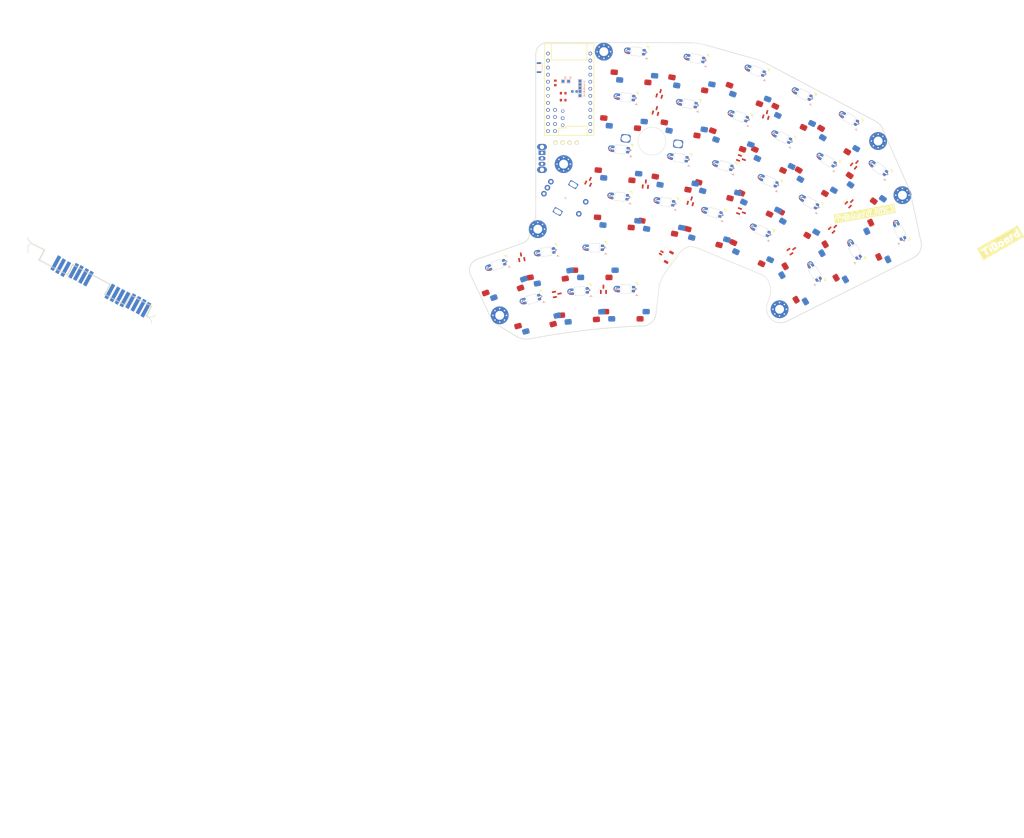
<source format=kicad_pcb>
(kicad_pcb (version 20240108) (generator "pcbnew") (generator_version "8.0")
  (layers (0 "F.Cu" signal) (31 "B.Cu" signal) (34 "B.Paste" user) (35 "F.Paste" user) (36 "B.SilkS" user "B.Silkscreen") (37 "F.SilkS" user "F.Silkscreen") (38 "B.Mask" user) (39 "F.Mask" user) (44 "Edge.Cuts" user))
  (net 0 "")
  (net 1 "row4")
  (net 2 "row0")
  (net 3 "row1")
  (net 4 "row2")
  (net 5 "row3")
  (net 6 "GND")
  (net 7 "col0")
  (net 8 "col1")
  (net 9 "col2")
  (net 10 "col3")
  (net 11 "col4")
  (net 12 "LED")
  (net 13 "RESET")
  (net 14 "Net-(R1-Pad1)")
  (net 15 "Net-(R2-Pad1)")
  (net 16 "VCC")
  (net 17 "SW25B")
  (net 18 "SW25A")
  (net 19 "ENCB")
  (net 20 "ENCA")
  (net 21 "Net-(SW1B-DOUT)")
  (net 22 "Net-(SW2B-DIN)")
  (net 23 "Net-(SW2B-DOUT)")
  (net 24 "Net-(SW3B-DOUT)")
  (net 25 "Net-(SW10B-DOUT)")
  (net 26 "Net-(SW4B-DOUT)")
  (net 27 "Net-(SW11B-DIN)")
  (net 28 "Net-(SW12B-DOUT)")
  (net 29 "Net-(SW13B-DIN)")
  (net 30 "Net-(SW14B-DOUT)")
  (net 31 "Net-(SW15B-DIN)")
  (net 32 "Net-(SW10B-DIN)")
  (net 33 "Net-(SW11B-DOUT)")
  (net 34 "Net-(SW12B-DIN)")
  (net 35 "Net-(SW13B-DOUT)")
  (net 36 "Net-(SW14B-DIN)")
  (net 37 "Net-(SW15B-DOUT)")
  (net 38 "Net-(SW16B-DIN)")
  (net 39 "Net-(SW17B-DOUT)")
  (net 40 "Net-(SW19B-DOUT)")
  (net 41 "Net-(SW21B-DOUT)")
  (net 42 "nRF_VDD")
  (net 43 "Net-(D1-A-Pad2)")
  (net 44 "Net-(D1-A-Pad1)")
  (net 45 "Net-(D2-A-Pad1)")
  (net 46 "Net-(D2-A-Pad2)")
  (net 47 "Net-(SW23B-DIN)")
  (net 48 "Net-(SW26B-DIN)")
  (net 49 "Net-(SW26B-DOUT)")
  (net 50 "Net-(SW27B-DIN)")
  (net 51 "Net-(D3-A-Pad2)")
  (net 52 "Net-(D3-A-Pad1)")
  (net 53 "Net-(D4-A-Pad2)")
  (net 54 "Net-(C1-Pad2)")
  (net 55 "Net-(D4-A-Pad1)")
  (net 56 "Net-(D5-A-Pad2)")
  (net 57 "Net-(D5-A-Pad1)")
  (net 58 "Net-(D6-A-Pad2)")
  (net 59 "Net-(D6-A-Pad1)")
  (net 60 "Net-(D7-A-Pad1)")
  (net 61 "Net-(D7-A-Pad2)")
  (net 62 "Net-(D8-A-Pad2)")
  (net 63 "Net-(D8-A-Pad1)")
  (net 64 "Net-(D9-A-Pad2)")
  (net 65 "Net-(D10-A-Pad1)")
  (net 66 "Net-(D10-A-Pad2)")
  (net 67 "Net-(D11-A-Pad2)")
  (net 68 "Net-(D11-A-Pad1)")
  (net 69 "Net-(D12-A-Pad1)")
  (net 70 "Net-(D12-A-Pad2)")
  (net 71 "Net-(D13-A-Pad1)")
  (net 72 "Net-(D13-A-Pad2)")
  (net 73 "Net-(D14-A-Pad1)")
  (net 74 "Net-(D14-A-Pad2)")
  (net 75 "Net-(D31-A-Pad2)")
  (net 76 "Net-(D31-A-Pad1)")
  (net 86 "SCL")
  (net 87 "SDA")
  (net 88 "DATA")
  (net 89 "Net-(J1-Pin_1)")
  (net 90 "/V_BAT")
  (net 92 "/P0.06")
  (net 93 "Net-(SW18B-DOUT)")
  (net 94 "Net-(SW23B-DOUT)")
  (net 95 "Net-(SW24B-DOUT)")
  (footprint "Button_Switch_SMD:SW_SPST_CK_KXT3" (layer "F.Cu") (at 91.77 49.24 -90)
    (property "Reference" "RSW1" (hide yes))
    (property "Value" "SW_RST")
  )
  (footprint "Package_TO_SOT_SMD:SOT-23" (layer "F.Cu") (at 173.652357 66.170555 75)
    (property "Reference" "D1" (hide yes))
    (property "Value" "BAV70")
  )
  (footprint "Package_TO_SOT_SMD:SOT-23" (layer "F.Cu") (at 205.645 83.956505 50)
    (property "Reference" "D2" (hide yes))
    (property "Value" "BAV70")
  )
  (footprint "Package_TO_SOT_SMD:SOT-23" (layer "F.Cu") (at 133.924355 64.745963 75)
    (property "Reference" "D3" (hide yes))
    (property "Value" "BAV70")
  )
  (footprint "Package_TO_SOT_SMD:SOT-23" (layer "F.Cu") (at 164.645 82.065 -20)
    (property "Reference" "D4" (hide yes))
    (property "Value" "BAV70")
  )
  (footprint "Package_TO_SOT_SMD:SOT-23" (layer "F.Cu") (at 203.745 97.94 45)
    (property "Reference" "D5" (hide yes))
    (property "Value" "BAV70")
  )
  (footprint "Package_TO_SOT_SMD:SOT-23" (layer "F.Cu") (at 130.145 91.165 85)
    (property "Reference" "D6" (hide yes))
    (property "Value" "BAV70")
  )
  (footprint "Package_TO_SOT_SMD:SOT-23" (layer "F.Cu") (at 98.245 130.765 10)
    (property "Reference" "D13" (hide yes))
    (property "Value" "BAV70")
  )
  (footprint "0_Tiboard:TTC_mini" (layer "F.Cu") (at 126.4191 48.1426 175)
    (property "Reference" "SW1" (hide yes))
    (property "Value" "SW_PUSH_LED" (hide yes))
    (fp_line (start 1.8 3.149) (end -1.8 3.149) (stroke (width 0.12)) (layer "Edge.Cuts"))
    (fp_line (start 1.8 6.249) (end 1.8 3.149) (stroke (width 0.12)) (layer "Edge.Cuts"))
    (fp_line (start -1.8 6.249) (end 1.8 6.249) (stroke (width 0.12)) (layer "Edge.Cuts"))
    (fp_line (start -1.8 6.249) (end -1.8 3.149) (stroke (width 0.12)) (layer "Edge.Cuts"))
  )
  (footprint "0_Tiboard:TTC_mini" (layer "F.Cu") (at 168.3911 54.8749 160)
    (property "Reference" "SW3" (hide yes))
    (property "Value" "SW_PUSH_LED" (hide yes))
    (fp_line (start 1.8 3.149) (end -1.8 3.149) (stroke (width 0.12)) (layer "Edge.Cuts"))
    (fp_line (start 1.8 6.249) (end 1.8 3.149) (stroke (width 0.12)) (layer "Edge.Cuts"))
    (fp_line (start -1.8 6.249) (end 1.8 6.249) (stroke (width 0.12)) (layer "Edge.Cuts"))
    (fp_line (start -1.8 6.249) (end -1.8 3.149) (stroke (width 0.12)) (layer "Edge.Cuts"))
  )
  (footprint "0_Tiboard:TTC_mini" (layer "F.Cu") (at 120.6691 83.3926 175)
    (property "Reference" "SW13" (hide yes))
    (property "Value" "SW_PUSH_LED" (hide yes))
    (fp_line (start 1.8 3.149) (end -1.8 3.149) (stroke (width 0.12)) (layer "Edge.Cuts"))
    (fp_line (start 1.8 6.249) (end 1.8 3.149) (stroke (width 0.12)) (layer "Edge.Cuts"))
    (fp_line (start -1.8 6.249) (end 1.8 6.249) (stroke (width 0.12)) (layer "Edge.Cuts"))
    (fp_line (start -1.8 6.249) (end -1.8 3.149) (stroke (width 0.12)) (layer "Edge.Cuts"))
  )
  (footprint "0_Tiboard:TTC_mini" (layer "F.Cu") (at 141.4191 86.3926 170)
    (property "Reference" "SW14" (hide yes))
    (property "Value" "SW_PUSH_LED" (hide yes))
    (fp_line (start 1.8 3.149) (end -1.8 3.149) (stroke (width 0.12)) (layer "Edge.Cuts"))
    (fp_line (start 1.799999 6.249) (end 1.8 3.149) (stroke (width 0.12)) (layer "Edge.Cuts"))
    (fp_line (start -1.8 6.249) (end 1.799999 6.249) (stroke (width 0.12)) (layer "Edge.Cuts"))
    (fp_line (start -1.8 6.249) (end -1.8 3.149) (stroke (width 0.12)) (layer "Edge.Cuts"))
  )
  (footprint "0_Tiboard:TTC_mini" (layer "F.Cu") (at 120.4086 100.3785 175)
    (property "Reference" "SW19" (hide yes))
    (property "Value" "SW_PUSH_LED" (hide yes))
    (fp_line (start 1.8 3.149) (end -1.8 3.149) (stroke (width 0.12)) (layer "Edge.Cuts"))
    (fp_line (start 1.8 6.249) (end 1.8 3.149) (stroke (width 0.12)) (layer "Edge.Cuts"))
    (fp_line (start -1.8 6.249) (end 1.8 6.249) (stroke (width 0.12)) (layer "Edge.Cuts"))
    (fp_line (start -1.8 6.249) (end -1.8 3.149) (stroke (width 0.12)) (layer "Edge.Cuts"))
  )
  (footprint "0_Tiboard:TTC_mini" (layer "F.Cu") (at 153.2391 105.961 165)
    (property "Reference" "SW21" (hide yes))
    (property "Value" "SW_PUSH_LED" (hide yes))
    (fp_line (start 1.8 3.149) (end -1.8 3.149) (stroke (width 0.12)) (layer "Edge.Cuts"))
    (fp_line (start 1.8 6.249) (end 1.8 3.149) (stroke (width 0.12)) (layer "Edge.Cuts"))
    (fp_line (start -1.8 6.249) (end 1.8 6.249) (stroke (width 0.12)) (layer "Edge.Cuts"))
    (fp_line (start -1.8 6.249) (end -1.8 3.149) (stroke (width 0.12)) (layer "Edge.Cuts"))
  )
  (footprint "0_Tiboard:TTC_mini" (layer "F.Cu") (at 106.8289 134.3648 -175)
    (property "Reference" "SW23" (hide yes))
    (property "Value" "SW_PUSH_LED" (hide yes))
    (fp_line (start 1.8 6.249) (end 1.8 3.149) (stroke (width 0.12)) (layer "Edge.Cuts"))
    (fp_line (start 1.8 3.149) (end -1.8 3.149) (stroke (width 0.12)) (layer "Edge.Cuts"))
    (fp_line (start -1.8 6.249) (end 1.8 6.249) (stroke (width 0.12)) (layer "Edge.Cuts"))
    (fp_line (start -1.8 6.249) (end -1.8 3.149) (stroke (width 0.12)) (layer "Edge.Cuts"))
  )
  (footprint "0_Tiboard:TTC_mini" (layer "F.Cu") (at 78.2763 124.6728 -160)
    (property "Reference" "SW26" (hide yes))
    (property "Value" "SW_PUSH_LED" (hide yes))
    (fp_line (start 1.8 6.249) (end 1.8 3.149) (stroke (width 0.12)) (layer "Edge.Cuts"))
    (fp_line (start 1.8 3.149) (end -1.8 3.149) (stroke (width 0.12)) (layer "Edge.Cuts"))
    (fp_line (start -1.8 6.249) (end 1.8 6.249) (stroke (width 0.12)) (layer "Edge.Cuts"))
    (fp_line (start -1.8 6.249) (end -1.8 3.149) (stroke (width 0.12)) (layer "Edge.Cuts"))
  )
  (footprint "myboard:RotaryEncoder_Alps_EC11E-Switch_Vertical_H20mm-keebio_modified" (layer "F.Cu") (at 101.295 96.215 -30)
    (property "Reference" "SW25" (hide yes))
    (property "Value" "Rotary_Encoder_Switch")
  )
  (footprint "0_Tiboard:TTC_mini" (layer "F.Cu") (at 95.16 120.1742 -170)
    (property "Reference" "SW27" (hide yes))
    (property "Value" "SW_PUSH_LED" (hide yes))
    (fp_line (start 1.8 6.249) (end 1.8 3.149) (stroke (width 0.12)) (layer "Edge.Cuts"))
    (fp_line (start 1.8 3.149) (end -1.8 3.149) (stroke (width 0.12)) (layer "Edge.Cuts"))
    (fp_line (start -1.799999 6.249) (end 1.8 6.249) (stroke (width 0.12)) (layer "Edge.Cuts"))
    (fp_line (start -1.799999 6.249) (end -1.8 3.149) (stroke (width 0.12)) (layer "Edge.Cuts"))
  )
  (footprint "0_Tiboard:TTC_mini" (layer "F.Cu") (at 217.3809 110.2373 115)
    (property "Reference" "SW12" (hide yes))
    (property "Value" "SW_PUSH_LED" (hide yes))
    (fp_line (start 1.8 3.149) (end -1.8 3.149) (stroke (width 0.12)) (layer "Edge.Cuts"))
    (fp_line (start 1.800001 6.249) (end 1.8 3.149) (stroke (width 0.12)) (layer "Edge.Cuts"))
    (fp_line (start -1.799999 6.249) (end -1.8 3.149) (stroke (width 0.12)) (layer "Edge.Cuts"))
    (fp_line (start -1.799999 6.249) (end 1.800001 6.249) (stroke (width 0.12)) (layer "Edge.Cuts"))
  )
  (footprint "0_Tiboard:TTC_mini" (layer "F.Cu") (at 201.3807 117.474 120)
    (property "Reference" "SW18" (hide yes))
    (property "Value" "SW_PUSH_LED" (hide yes))
    (fp_line (start 1.8 3.149) (end -1.8 3.149) (stroke (width 0.12)) (layer "Edge.Cuts"))
    (fp_line (start 1.8 6.249) (end 1.8 3.149) (stroke (width 0.12)) (layer "Edge.Cuts"))
    (fp_line (start -1.8 6.249) (end -1.8 3.149) (stroke (width 0.12)) (layer "Edge.Cuts"))
    (fp_line (start -1.8 6.249) (end 1.8 6.249) (stroke (width 0.12)) (layer "Edge.Cuts"))
  )
  (footprint "0_Tiboard:TTC_mini" (layer "F.Cu") (at 186.9798 125.3882 120)
    (property "Reference" "SW24" (hide yes))
    (property "Value" "SW_PUSH_LED" (hide yes))
    (fp_line (start 1.8 3.149) (end -1.8 3.149) (stroke (width 0.12)) (layer "Edge.Cuts"))
    (fp_line (start 1.8 6.249) (end 1.8 3.149) (stroke (width 0.12)) (layer "Edge.Cuts"))
    (fp_line (start -1.8 6.249) (end -1.8 3.149) (stroke (width 0.12)) (layer "Edge.Cuts"))
    (fp_line (start -1.8 6.249) (end 1.8 6.249) (stroke (width 0.12)) (layer "Edge.Cuts"))
  )
  (footprint "0_Tiboard:TTC_mini" (layer "F.Cu") (at 184.9106 63.1704 155)
    (property "Reference" "SW4" (hide yes))
    (property "Value" "SW_PUSH_LED" (hide yes))
    (fp_line (start 1.8 3.149) (end -1.8 3.149) (stroke (width 0.12)) (layer "Edge.Cuts"))
    (fp_line (start 1.799999 6.249) (end 1.8 3.149) (stroke (width 0.12)) (layer "Edge.Cuts"))
    (fp_line (start -1.800001 6.249) (end 1.799999 6.249) (stroke (width 0.12)) (layer "Edge.Cuts"))
    (fp_line (start -1.800001 6.249) (end -1.8 3.149) (stroke (width 0.12)) (layer "Edge.Cuts"))
  )
  (footprint "Package_TO_SOT_SMD:SOT-23" (layer "F.Cu") (at 164.67 101.19 -20)
    (property "Reference" "D7" (hide yes))
    (property "Value" "BAV70")
  )
  (footprint "Package_TO_SOT_SMD:SOT-23" (layer "F.Cu") (at 197.77 107.09 45)
    (property "Reference" "D8" (hide yes))
    (property "Value" "BAV70")
  )
  (footprint "Package_TO_SOT_SMD:SOT-23" (layer "F.Cu") (at 109.845 90.165 65)
    (property "Reference" "D9" (hide yes))
    (property "Value" "BAV70")
  )
  (footprint "Package_TO_SOT_SMD:SOT-23" (layer "F.Cu") (at 146.47 97.265 75)
    (property "Reference" "D10" (hide yes))
    (property "Value" "BAV70")
  )
  (footprint "Package_TO_SOT_SMD:SOT-23" (layer "F.Cu") (at 182.87 114.965 35)
    (property "Reference" "D11" (hide yes))
    (property "Value" "BAV70")
  )
  (footprint "Package_TO_SOT_SMD:SOT-23" (layer "F.Cu") (at 85.421636 117.431708 100)
    (property "Reference" "D12" (hide yes))
    (property "Value" "BAV70")
  )
  (footprint "0_Tiboard:TTC_mini" (layer "F.Cu") (at 201.3485 71.8015 150)
    (property "Reference" "SW5" (hide yes))
    (property "Value" "SW_PUSH_LED" (hide yes))
    (fp_line (start 1.8 3.149) (end -1.8 3.149) (stroke (width 0.12)) (layer "Edge.Cuts"))
    (fp_line (start 1.8 6.249) (end 1.8 3.149) (stroke (width 0.12)) (layer "Edge.Cuts"))
    (fp_line (start -1.8 6.249) (end 1.8 6.249) (stroke (width 0.12)) (layer "Edge.Cuts"))
    (fp_line (start -1.8 6.249) (end -1.8 3.149) (stroke (width 0.12)) (layer "Edge.Cuts"))
  )
  (footprint "0_Tiboard:TTC_mini" (layer "F.Cu") (at 144.6691 66.8926 170)
    (property "Reference" "SW8" (hide yes))
    (property "Value" "SW_PUSH_LED" (hide yes))
    (fp_line (start 1.8 3.149) (end -1.8 3.149) (stroke (width 0.12)) (layer "Edge.Cuts"))
    (fp_line (start 1.799999 6.249) (end 1.8 3.149) (stroke (width 0.12)) (layer "Edge.Cuts"))
    (fp_line (start -1.8 6.249) (end 1.799999 6.249) (stroke (width 0.12)) (layer "Edge.Cuts"))
    (fp_line (start -1.8 6.249) (end -1.8 3.149) (stroke (width 0.12)) (layer "Edge.Cuts"))
  )
  (footprint "0_Tiboard:TTC_mini" (layer "F.Cu") (at 177.5443 78.6647 155)
    (property "Reference" "SW10" (hide yes))
    (property "Value" "SW_PUSH_LED" (hide yes))
    (fp_line (start 1.8 3.149) (end -1.8 3.149) (stroke (width 0.12)) (layer "Edge.Cuts"))
    (fp_line (start 1.799999 6.249) (end 1.8 3.149) (stroke (width 0.12)) (layer "Edge.Cuts"))
    (fp_line (start -1.800001 6.249) (end 1.799999 6.249) (stroke (width 0.12)) (layer "Edge.Cuts"))
    (fp_line (start -1.800001 6.249) (end -1.8 3.149) (stroke (width 0.12)) (layer "Edge.Cuts"))
  )
  (footprint "0_Tiboard:TTC_mini" (layer "F.Cu") (at 162.3354 71.2643 160)
    (property "Reference" "SW9" (hide yes))
    (property "Value" "SW_PUSH_LED" (hide yes))
    (fp_line (start 1.8 3.149) (end -1.8 3.149) (stroke (width 0.12)) (layer "Edge.Cuts"))
    (fp_line (start 1.8 6.249) (end 1.8 3.149) (stroke (width 0.12)) (layer "Edge.Cuts"))
    (fp_line (start -1.8 6.249) (end 1.8 6.249) (stroke (width 0.12)) (layer "Edge.Cuts"))
    (fp_line (start -1.8 6.249) (end -1.8 3.149) (stroke (width 0.12)) (layer "Edge.Cuts"))
  )
  (footprint "0_Tiboard:TTC_mini" (layer "F.Cu") (at 172.66912 94.39264 155)
    (property "Reference" "SW16" (hide yes))
    (property "Value" "SW_PUSH_LED" (hide yes))
    (fp_line (start 1.8 3.149) (end -1.8 3.149) (stroke (width 0.12)) (layer "Edge.Cuts"))
    (fp_line (start 1.799999 6.249) (end 1.8 3.149) (stroke (width 0.12)) (layer "Edge.Cuts"))
    (fp_line (start -1.800001 6.249) (end 1.799999 6.249) (stroke (width 0.12)) (layer "Edge.Cuts"))
    (fp_line (start -1.800001 6.249) (end -1.8 3.149) (stroke (width 0.12)) (layer "Edge.Cuts"))
  )
  (footprint "0_Tiboard:TTC_mini" (layer "F.Cu") (at 211.5558 89.4681 145)
    (property "Reference" "SW6" (hide yes))
    (property "Value" "SW_PUSH_LED" (hide yes))
    (fp_line (start 1.799999 3.149) (end -1.8 3.149) (stroke (width 0.12)) (layer "Edge.Cuts"))
    (fp_line (start 1.800001 6.249) (end 1.799999 3.149) (stroke (width 0.12)) (layer "Edge.Cuts"))
    (fp_line (start -1.8 6.249) (end 1.800001 6.249) (stroke (width 0.12)) (layer "Edge.Cuts"))
    (fp_line (start -1.8 6.249) (end -1.8 3.149) (stroke (width 0.12)) (layer "Edge.Cuts"))
  )
  (footprint "0_Tiboard:TTC_mini" (layer "F.Cu") (at 122.6691 64.6333 175)
    (property "Reference" "SW7" (hide yes))
    (property "Value" "SW_PUSH_LED" (hide yes))
    (fp_line (start 1.8 3.149) (end -1.8 3.149) (stroke (width 0.12)) (layer "Edge.Cuts"))
    (fp_line (start 1.8 6.249) (end 1.8 3.149) (stroke (width 0.12)) (layer "Edge.Cuts"))
    (fp_line (start -1.8 6.249) (end 1.8 6.249) (stroke (width 0.12)) (layer "Edge.Cuts"))
    (fp_line (start -1.8 6.249) (end -1.8 3.149) (stroke (width 0.12)) (layer "Edge.Cuts"))
  )
  (footprint "0_Tiboard:TTC_mini" (layer "F.Cu") (at 123.0515 133.6841 180)
    (property "Reference" "SW30" (hide yes))
    (property "Value" "SW_PUSH_LED" (hide yes))
    (fp_line (start 1.8 6.249) (end 1.8 3.149) (stroke (width 0.12)) (layer "Edge.Cuts"))
    (fp_line (start 1.8 3.149) (end -1.8 3.149) (stroke (width 0.12)) (layer "Edge.Cuts"))
    (fp_line (start -1.8 6.249) (end 1.8 6.249) (stroke (width 0.12)) (layer "Edge.Cuts"))
    (fp_line (start -1.8 6.249) (end -1.8 3.149) (stroke (width 0.12)) (layer "Edge.Cuts"))
  )
  (footprint "0_Tiboard:TTC_mini" (layer "F.Cu") (at 193.2935 86.804 150)
    (property "Reference" "SW11" (hide yes))
    (property "Value" "SW_PUSH_LED" (hide yes))
    (fp_line (start 1.8 3.149) (end -1.8 3.149) (stroke (width 0.12)) (layer "Edge.Cuts"))
    (fp_line (start 1.8 6.249) (end 1.8 3.149) (stroke (width 0.12)) (layer "Edge.Cuts"))
    (fp_line (start -1.8 6.249) (end 1.8 6.249) (stroke (width 0.12)) (layer "Edge.Cuts"))
    (fp_line (start -1.8 6.249) (end -1.8 3.149) (stroke (width 0.12)) (layer "Edge.Cuts"))
  )
  (footprint "0_Tiboard:TTC_mini" (layer "F.Cu") (at 169.8164 112.2297 155)
    (property "Reference" "SW22" (hide yes))
    (property "Value" "SW_PUSH_LED" (hide yes))
    (fp_line (start 1.8 3.149) (end -1.8 3.149) (stroke (width 0.12)) (layer "Edge.Cuts"))
    (fp_line (start 1.799999 6.249) (end 1.8 3.149) (stroke (width 0.12)) (layer "Edge.Cuts"))
    (fp_line (start -1.800001 6.249) (end 1.799999 6.249) (stroke (width 0.12)) (layer "Edge.Cuts"))
    (fp_line (start -1.800001 6.249) (end -1.8 3.149) (stroke (width 0.12)) (layer "Edge.Cuts"))
  )
  (footprint "0_Tiboard:TTC_mini" (layer "F.Cu") (at 186.9501 101.89264 150)
    (property "Reference" "SW17" (hide yes))
    (property "Value" "SW_PUSH_LED" (hide yes))
    (fp_line (start 1.8 3.149) (end -1.8 3.149) (stroke (width 0.12)) (layer "Edge.Cuts"))
    (fp_line (start 1.8 6.249) (end 1.8 3.149) (stroke (width 0.12)) (layer "Edge.Cuts"))
    (fp_line (start -1.8 6.249) (end 1.8 6.249) (stroke (width 0.12)) (layer "Edge.Cuts"))
    (fp_line (start -1.8 6.249) (end -1.8 3.149) (stroke (width 0.12)) (layer "Edge.Cuts"))
  )
  (footprint "0_Tiboard:TTC_mini" (layer "F.Cu") (at 90.4072 137.1116 -165)
    (property "Reference" "SW29" (hide yes))
    (property "Value" "SW_PUSH_LED" (hide yes))
    (fp_line (start 1.8 6.249) (end 1.8 3.149) (stroke (width 0.12)) (layer "Edge.Cuts"))
    (fp_line (start 1.8 3.149) (end -1.8 3.149) (stroke (width 0.12)) (layer "Edge.Cuts"))
    (fp_line (start -1.8 6.249) (end 1.8 6.249) (stroke (width 0.12)) (layer "Edge.Cuts"))
    (fp_line (start -1.8 6.249) (end -1.8 3.149) (stroke (width 0.12)) (layer "Edge.Cuts"))
  )
  (footprint "0_Tiboard:TTC_mini" (layer "F.Cu") (at 157.1691 89.1426 165)
    (property "Reference" "SW15" (hide yes))
    (property "Value" "SW_PUSH_LED" (hide yes))
    (fp_line (start 1.8 3.149) (end -1.8 3.149) (stroke (width 0.12)) (layer "Edge.Cuts"))
    (fp_line (start 1.8 6.249) (end 1.8 3.149) (stroke (width 0.12)) (layer "Edge.Cuts"))
    (fp_line (start -1.8 6.249) (end 1.8 6.249) (stroke (width 0.12)) (layer "Edge.Cuts"))
    (fp_line (start -1.8 6.249) (end -1.8 3.149) (stroke (width 0.12)) (layer "Edge.Cuts"))
  )
  (footprint "0_Tiboard:TTC_mini" (layer "F.Cu") (at 147.4191 50.6426 170)
    (property "Reference" "SW2" (hide yes))
    (property "Value" "SW_PUSH_LED" (hide yes))
    (fp_line (start 1.8 3.149) (end -1.8 3.149) (stroke (width 0.12)) (layer "Edge.Cuts"))
    (fp_line (start 1.799999 6.249) (end 1.8 3.149) (stroke (width 0.12)) (layer "Edge.Cuts"))
    (fp_line (start -1.8 6.249) (end 1.799999 6.249) (stroke (width 0.12)) (layer "Edge.Cuts"))
    (fp_line (start -1.8 6.249) (end -1.8 3.149) (stroke (width 0.12)) (layer "Edge.Cuts"))
  )
  (footprint "0_Tiboard:TTC_mini" (layer "F.Cu") (at 136.5816 102.2653 170)
    (property "Reference" "SW20" (hide yes))
    (property "Value" "SW_PUSH_LED" (hide yes))
    (fp_line (start 1.8 3.149) (end -1.8 3.149) (stroke (width 0.12)) (layer "Edge.Cuts"))
    (fp_line (start 1.799999 6.249) (end 1.8 3.149) (stroke (width 0.12)) (layer "Edge.Cuts"))
    (fp_line (start -1.8 6.249) (end 1.799999 6.249) (stroke (width 0.12)) (layer "Edge.Cuts"))
    (fp_line (start -1.8 6.249) (end -1.8 3.149) (stroke (width 0.12)) (layer "Edge.Cuts"))
  )
  (footprint "Package_TO_SOT_SMD:SOT-23" (layer "F.Cu") (at 114.97 129.065 90)
    (property "Reference" "D14" (hide yes))
    (property "Value" "BAV70")
  )
  (footprint "0_Tiboard:TTC_mini" (layer "F.Cu") (at 111.862 118.7758 180)
    (property "Reference" "SW28" (hide yes))
    (property "Value" "SW_PUSH_LED" (hide yes))
    (fp_line (start 1.8 6.249) (end 1.8 3.149) (stroke (width 0.12)) (layer "Edge.Cuts"))
    (fp_line (start 1.8 3.149) (end -1.8 3.149) (stroke (width 0.12)) (layer "Edge.Cuts"))
    (fp_line (start -1.8 6.249) (end 1.8 6.249) (stroke (width 0.12)) (layer "Edge.Cuts"))
    (fp_line (start -1.8 6.249) (end -1.8 3.149) (stroke (width 0.12)) (layer "Edge.Cuts"))
  )
  (footprint "MountingHole:MountingHole_3.2mm_M3_Pad_Via" (layer "F.Cu") (at 91.335249 107.39756)
    (property "Reference" "H7" (hide yes))
    (property "Value" "MountingHole")
  )
  (footprint "Connector_JST:JST_SHL_SM02B-SHLS-TF_1x02-1MP_P1.00mm_Horizontal" (layer "F.Cu") (at 137.245 116.79 60)
    (property "Reference" "J1" (hide yes))
    (property "Value" "Conn_01x02_MountingPin")
  )
  (footprint "0_Tiboard:OLED_4Pin" (layer "F.Cu") (at 97.72 76.265)
    (property "Reference" "J2" (hide yes))
    (property "Value" "Conn_01x05_MountingPin" (hide yes))
  )
  (footprint "Package_TO_SOT_SMD:SOT-23" (layer "F.Cu") (at 135.295013 58.588566 75)
    (property "Reference" "D31" (hide yes))
    (property "Value" "BAV70")
  )
  (footprint "0_Tiboard:52840NANO_V2" (layer "F.Cu") (at 102.625 58.13 -90)
    (property "Reference" "U1" (hide yes))
    (property "Value" "~")
  )
  (footprint "kibuzzard-62E281FD" (layer "F.Cu") (at 257.92 112.29 30)
    (property "Reference" "kibuzzard-62E281FD" (hide yes))
    (property "Value" "G***" (hide yes))
  )
  (footprint "MountingHole:MountingHole_3.2mm_M3_Pad_Via" (layer "F.Cu") (at 115.117056 43.487056)
    (property "Reference" "H3" (hide yes))
    (property "Value" "MountingHole")
  )
  (footprint "MountingHole:MountingHole_3.2mm_M3_Pad_Via" (layer "F.Cu") (at 213.86912 75.67264)
    (property "Reference" "H2" (hide yes))
    (property "Value" "MountingHole")
  )
  (footprint "MountingHole:MountingHole_3.2mm_M3_Pad_Via" (layer "F.Cu") (at 178.395 136.24)
    (property "Reference" "H8" (hide yes))
    (property "Value" "MountingHole")
  )
  (footprint "Button_Switch_THT:SW_Slide_SPDT_Angled_CK_OS102011MA1Q" (layer "F.Cu") (at 92.845 79.915 -90)
    (property "Reference" "SW31" (hide yes))
    (property "Value" "SW_SPDT")
  )
  (footprint "Resistor_SMD:R_0603_1608Metric" (layer "F.Cu") (at 100.47 58.44)
    (property "Reference" "R1" (hide yes))
    (property "Value" "4.7K")
  )
  (footprint "Resistor_SMD:R_0603_1608Metric" (layer "F.Cu") (at 97.645 54.74 -90)
    (property "Reference" "R3" (hide yes))
    (property "Value" "100k")
  )
  (footprint "MountingHole:MountingHole_3.2mm_M3_Pad_Via" (layer "F.Cu") (at 77.61912 138.42264)
    (property "Reference" "H4" (hide yes))
    (property "Value" "MountingHole")
  )
  (footprint "Resistor_SMD:R_0603_1608Metric" (layer "F.Cu") (at 100.47 60.95)
    (property "Reference" "R2" (hide yes))
    (property "Value" "4.7K")
  )
  (footprint "MountingHole:MountingHole_3.2mm_M3_Pad_Via" (layer "F.Cu") (at 100.645 83.99)
    (property "Reference" "H5" (hide yes))
    (property "Value" "MountingHole")
  )
  (footprint "MountingHole:MountingHole_3.2mm_M3_Pad_Via" (layer "F.Cu") (at 222.61912 95.17264)
    (property "Reference" "H6" (hide yes))
    (property "Value" "MountingHole")
  )
  (footprint "0_Tiboard:Pointing_Stick" (layer "F.Cu") (at 132.41912 75.71129 -6)
    (property "Reference" "H1" (hide yes))
    (property "Value" "PointingStick")
    (fp_circle (center 0 0) (end 4.999998 0) (stroke (width 0.12)) (fill none) (layer "Edge.Cuts"))
  )
  (footprint "Button_Switch_SMD:SW_SPST_CK_KXT3" (layer "B.Cu") (at 91.77 49.24 -90)
    (property "Reference" "RSW2" (hide yes))
    (property "Value" "SW_RST")
  )
  (footprint "TestPoint:TestPoint_Pad_1.0x1.0mm" (layer "B.Cu") (at 106.545 56.565 180)
    (property "Reference" "TP1" (hide yes))
    (property "Value" "CLK")
  )
  (footprint "TestPoint:TestPoint_Pad_1.0x1.0mm" (layer "B.Cu") (at 106.545 55.315 180)
    (property "Reference" "TP2" (hide yes))
    (property "Value" "CLK")
  )
  (footprint "TestPoint:TestPoint_Pad_1.0x1.0mm" (layer "B.Cu") (at 106.545 54.065 180)
    (property "Reference" "TP4" (hide yes))
    (property "Value" "DATA")
  )
  (footprint "TestPoint:TestPoint_Pad_1.0x1.0mm" (layer "B.Cu") (at 106.545 59.315 180)
    (property "Reference" "TP5" (hide yes))
    (property "Value" "VCC")
  )
  (footprint "TestPoint:TestPoint_Pad_1.0x1.0mm" (layer "B.Cu") (at 102.42 54.165 180)
    (property "Reference" "TP7" (hide yes))
    (property "Value" "GND")
  )
  (footprint "TestPoint:TestPoint_Pad_1.0x1.0mm" (layer "B.Cu") (at 100.41912 54.165 180)
    (property "Reference" "TP6" (hide yes))
    (property "Value" "RST")
  )
  (footprint "Capacitor_SMD:C_0603_1608Metric" (layer "B.Cu") (at 104.545 57.815)
    (property "Reference" "C1" (hide yes))
    (property "Value" "2.2uF")
  )
  (footprint "TestPoint:TestPoint_Pad_1.0x1.0mm" (layer "B.Cu") (at 106.545 57.815 180)
    (property "Reference" "TP3" (hide yes))
    (property "Value" "DATA")
  )
  (gr_poly (pts (xy -56.055944 136.041184) (xy -53.405 131.1525) (xy -54.400928 130.5775) (xy -57.051875 135.466185)) (stroke (width 0.2)) (fill solid) (layer "B.Cu") (net 6))
  (gr_poly (pts (xy -58.134774 135.435595) (xy -55.48383 130.546911) (xy -56.479758 129.971911) (xy -59.130705 134.860596)) (stroke (width 0.2)) (fill solid) (layer "B.Cu") (net 6))
  (gr_poly (pts (xy -74.883579 125.918817) (xy -72.232635 121.030133) (xy -73.228563 120.455133) (xy -75.87951 125.343818)) (stroke (width 0.2)) (fill solid) (layer "B.Cu") (net 6))
  (gr_poly (pts (xy -59.937483 134.504186) (xy -57.286539 129.615502) (xy -58.282467 129.040502) (xy -60.933415 133.929187)) (stroke (width 0.2)) (fill solid) (layer "B.Cu") (net 6))
  (gr_poly (pts (xy -63.587235 132.578443) (xy -60.936292 127.689759) (xy -61.932219 127.114759) (xy -64.583166 132.003444)) (stroke (width 0.2)) (fill solid) (layer "B.Cu") (net 6))
  (gr_poly (pts (xy -79.459381 124.523889) (xy -76.808437 119.635205) (xy -77.804365 119.060205) (xy -80.455312 123.94889)) (stroke (width 0.2)) (fill solid) (layer "B.Cu") (net 6))
  (gr_poly (pts (xy -50.610325 139.137573) (xy -47.959381 134.248889) (xy -48.955309 133.673889) (xy -51.606256 138.562574)) (stroke (width 0.2)) (fill solid) (layer "B.Cu") (net 6))
  (gr_poly (pts (xy -76.597275 125.101867) (xy -73.946331 120.213183) (xy -74.942259 119.638183) (xy -77.593206 124.526868)) (stroke (width 0.2)) (fill solid) (layer "B.Cu") (net 6))
  (gr_poly (pts (xy -52.322055 138.036481) (xy -49.671111 133.147797) (xy -50.667039 132.572797) (xy -53.317986 137.461482)) (stroke (width 0.2)) (fill solid) (layer "B.Cu") (net 6))
  (gr_poly (pts (xy -83.03 122.3525) (xy -80.379056 117.463816) (xy -81.374984 116.888816) (xy -84.025931 121.777501)) (stroke (width 0.2)) (fill solid) (layer "B.Cu") (net 6))
  (gr_poly (pts (xy -61.705944 133.591184) (xy -59.055 128.7025) (xy -60.050928 128.1275) (xy -62.701875 133.016185)) (stroke (width 0.2)) (fill solid) (layer "B.Cu") (net 6))
  (gr_poly (pts (xy -73.02469 126.989114) (xy -70.373746 122.10043) (xy -71.369674 121.52543) (xy -74.020621 126.414115)) (stroke (width 0.2)) (fill solid) (layer "B.Cu") (net 6))
  (gr_poly (pts (xy -81.31827 123.453592) (xy -78.667326 118.564908) (xy -79.663254 117.989908) (xy -82.314201 122.878593)) (stroke (width 0.2)) (fill solid) (layer "B.Cu") (net 6))
  (gr_poly (pts (xy -54.180944 137.016184) (xy -51.53 132.1275) (xy -52.525928 131.5525) (xy -55.176875 136.441185)) (stroke (width 0.2)) (fill solid) (layer "B.Cu") (net 6))
  (gr_poly (pts (xy -71.294847 127.913585) (xy -68.643903 123.024901) (xy -69.639831 122.449901) (xy -72.290778 127.338586)) (stroke (width 0.2)) (fill solid) (layer "B.Cu") (net 11))
  (gr_line (start -49.705 138.9025) (end -47.555 134.8025) (stroke (width 0.15)) (layer "F.SilkS"))
  (gr_line (start -64.705 131.2525) (end -62.555 127.1525) (stroke (width 0.15)) (layer "F.SilkS"))
  (gr_line (start -57.33 135.0025) (end -55.18 130.9025) (stroke (width 0.15)) (layer "F.SilkS"))
  (gr_line (start -88.33 118.8025) (end -86.18 114.7025) (stroke (width 0.15)) (layer "F.SilkS"))
  (gr_line (start -78.155 124.1275) (end -76.005 120.0275) (stroke (width 0.15)) (layer "F.SilkS"))
  (gr_line (start -76.155 120.0025) (end -62.455 127.2025) (stroke (width 0.15)) (layer "Edge.Cuts"))
  (gr_arc (start 168.49412 45.796557) (mid 171.445684 46.725893) (end 174.24412 48.046557) (stroke (width 0.15)) (layer "Edge.Cuts"))
  (gr_line (start 135.131319 127.236356) (end 133.934702 137.2619) (stroke (width 0.15)) (layer "Edge.Cuts"))
  (gr_line (start -47.58 135.0525) (end -49.43 138.6275) (stroke (width 0.15)) (layer "Edge.Cuts"))
  (gr_line (start 168.49412 45.796557) (end 152.49412 41.296557) (stroke (width 0.2)) (layer "Edge.Cuts"))
  (gr_arc (start 175.060338 128.313254) (mid 175.231269 129.734866) (end 174.99229 131.146635) (stroke (width 0.15)) (layer "Edge.Cuts"))
  (gr_arc (start 174.082162 137.985044) (mid 173.683353 136.249166) (end 173.918314 134.483631) (stroke (width 0.15)) (layer "Edge.Cuts"))
  (gr_line (start 136.441192 124.159168) (end 135.131319 127.236356) (stroke (width 0.15)) (layer "Edge.Cuts"))
  (gr_line (start -64.73 130.9525) (end -57.105 134.9025) (stroke (width 0.15)) (layer "Edge.Cuts"))
  (gr_arc (start -46.383808 138.296668) (mid -47.551307 139.069846) (end -48.939733 138.887765) (stroke (width 0.15)) (layer "Edge.Cuts"))
  (gr_curve (pts (xy 229.366374 114.065921) (xy 229.247041 114.711959) (xy 229.001193 115.328087) (xy 228.642991 115.878811)) (stroke (width 0.2)) (layer "Edge.Cuts"))
  (gr_curve (pts (xy 93.229347 40.495342) (xy 93.739623 40.284278) (xy 94.286174 40.174663) (xy 94.838375 40.17264)) (stroke (width 0.2)) (layer "Edge.Cuts"))
  (gr_line (start -92.23 113.686376) (end -92.23 116.06014) (stroke (width 0.15)) (layer "Edge.Cuts"))
  (gr_curve (pts (xy 85.566802 146.81335) (xy 84.995778 146.6759) (xy 84.444631 146.466107) (xy 83.926742 146.189064)) (stroke (width 0.2)) (layer "Edge.Cuts"))
  (gr_curve (pts (xy 229.336877 112.10734) (xy 229.476111 112.751812) (xy 229.486137 113.417548) (xy 229.366374 114.065921)) (stroke (width 0.2)) (layer "Edge.Cuts"))
  (gr_line (start -76.03 120.3525) (end -62.805 127.3025) (stroke (width 0.15)) (layer "Edge.Cuts"))
  (gr_line (start 90.597911 101.92264) (end 90.603514 96.303075) (stroke (width 0.15)) (layer "Edge.Cuts"))
  (gr_curve (pts (xy 227.813821 116.852733) (xy 227.512482 117.126167) (xy 227.178801 117.361687) (xy 226.820229 117.554034)) (stroke (width 0.2)) (layer "Edge.Cuts"))
  (gr_line (start -86.08 114.8275) (end -87.955 118.4525) (stroke (width 0.15)) (layer "Edge.Cuts"))
  (gr_curve (pts (xy 91.875575 41.39064) (xy 92.265127 41.008029) (xy 92.724782 40.704043) (xy 93.229347 40.495342)) (stroke (width 0.2)) (layer "Edge.Cuts"))
  (gr_arc (start -91.138412 112.218001) (mid -91.929382 111.481283) (end -92.221486 110.440575) (stroke (width 0.2)) (layer "Edge.Cuts"))
  (gr_line (start 174.99229 131.146635) (end 173.918314 134.483631) (stroke (width 0.15)) (layer "Edge.Cuts"))
  (gr_line (start -55.205 131.2525) (end -47.905 135.1525) (stroke (width 0.15)) (layer "Edge.Cuts"))
  (gr_arc (start -92.23 113.686376) (mid -91.752022 112.833468) (end -90.775026 112.795871) (stroke (width 0.15)) (layer "Edge.Cuts"))
  (gr_line (start 67.008408 123.645346) (end 74.61912 139.67264) (stroke (width 0.2)) (layer "Edge.Cuts"))
  (gr_arc (start 146.49412 40.296557) (mid 149.530398 40.578891) (end 152.49412 41.296557) (stroke (width 0.15)) (layer "Edge.Cuts"))
  (gr_arc (start 88.27884 146.917193) (mid 108.13959 143.855093) (end 128.17 142.24) (stroke (width 0.2)) (layer "Edge.Cuts"))
  (gr_curve (pts (xy 76.11912 141.42264) (xy 75.113772 140.831252) (xy 75.02358 140.52059) (xy 74.61912 139.67264)) (stroke (width 0.2)) (layer "Edge.Cuts"))
  (gr_line (start -91.138412 112.218001) (end -86.08 114.8275) (stroke (width 0.15)) (layer "Edge.Cuts"))
  (gr_arc (start -48.754453 139.363655) (mid -47.910772 140.203426) (end -47.693681 141.373856) (stroke (width 0.15)) (layer "Edge.Cuts"))
  (gr_line (start -64.355 130.8275) (end -57.23 134.5775) (stroke (width 0.15)) (layer "Edge.Cuts"))
  (gr_curve (pts (xy 68.743719 118.561973) (xy 68.988675 118.413627) (xy 69.248221 118.290831) (xy 69.518269 118.19552)) (stroke (width 0.2)) (layer "Edge.Cuts"))
  (gr_curve (pts (xy 90.930567 42.788033) (xy 91.149038 42.263789) (xy 91.470384 41.788612) (xy 91.875575 41.39064)) (stroke (width 0.2)) (layer "Edge.Cuts"))
  (gr_curve (pts (xy 67.095434 120.424993) (xy 67.316098 119.933993) (xy 67.629496 119.490181) (xy 68.018386 119.117973)) (stroke (width 0.2)) (layer "Edge.Cuts"))
  (gr_curve (pts (xy 66.729349 122.028913) (xy 66.743984 121.475322) (xy 66.868425 120.930111) (xy 67.095434 120.424993)) (stroke (width 0.2)) (layer "Edge.Cuts"))
  (gr_line (start -78.03 123.6525) (end -76.155 120.0025) (stroke (width 0.15)) (layer "Edge.Cuts"))
  (gr_curve (pts (xy 88.27884 146.917193) (xy 87.376888 147.062447) (xy 86.455006 147.027148) (xy 85.566802 146.81335)) (stroke (width 0.2)) (layer "Edge.Cuts"))
  (gr_curve (pts (xy 224.101223 90.848281) (xy 224.512188 91.762198) (xy 224.874922 92.697047) (xy 225.18793 93.648973)) (stroke (width 0.2)) (layer "Edge.Cuts"))
  (gr_line (start -57.105 134.9025) (end -55.205 131.2525) (stroke (width 0.15)) (layer "Edge.Cuts"))
  (gr_line (start -49.43 138.6275) (end -48.939733 138.887765) (stroke (width 0.15)) (layer "Edge.Cuts"))
  (gr_line (start -55.33 130.9275) (end -47.58 135.0525) (stroke (width 0.15)) (layer "Edge.Cuts"))
  (gr_line (start -77.88 124.0275) (end -76.03 120.3525) (stroke (width 0.15)) (layer "Edge.Cuts"))
  (gr_line (start 181.018105 140.57323) (end 226.820229 117.554034) (stroke (width 0.2)) (layer "Edge.Cuts"))
  (gr_line (start 224.101223 90.848281) (end 215.24412 70.796557) (stroke (width 0.2)) (layer "Edge.Cuts"))
  (gr_line (start 136.441192 124.159168) (end 142.532069 115.774115) (stroke (width 0.15)) (layer "Edge.Cuts"))
  (gr_line (start -87.955 118.4525) (end -78.03 123.6525) (stroke (width 0.15)) (layer "Edge.Cuts"))
  (gr_curve (pts (xy 228.642991 115.878811) (xy 228.409561 116.237703) (xy 228.130876 116.565039) (xy 227.813821 116.852733)) (stroke (width 0.2)) (layer "Edge.Cuts"))
  (gr_line (start 148.483371 114.090167) (end 171.790233 123.700011) (stroke (width 0.15)) (layer "Edge.Cuts"))
  (gr_line (start 146.49412 40.296557) (end 94.838375 40.17264) (stroke (width 0.2)) (layer "Edge.Cuts"))
  (gr_line (start 174.082162 137.985044) (end 174.109036 138.047749) (stroke (width 0.15)) (layer "Edge.Cuts"))
  (gr_line (start 128.17 142.24) (end 128.885546 142.247038) (stroke (width 0.2)) (layer "Edge.Cuts"))
  (gr_line (start 174.711919 127.020935) (end 175.060338 128.313254) (stroke (width 0.15)) (layer "Edge.Cuts"))
  (gr_line (start -49.83 138.8025) (end -48.754453 139.363655) (stroke (width 0.15)) (layer "Edge.Cuts"))
  (gr_arc (start 142.532069 115.774115) (mid 145.216108 113.901581) (end 148.483371 114.090167) (stroke (width 0.15)) (layer "Edge.Cuts"))
  (gr_arc (start 88.087689 107.996521) (mid 88.194039 106.322219) (end 89.11912 104.92264) (stroke (width 0.15)) (layer "Edge.Cuts"))
  (gr_line (start -86.505 114.9775) (end -88.43 118.6275) (stroke (width 0.15)) (layer "Edge.Cuts"))
  (gr_line (start 76.11912 141.42264) (end 83.926742 146.189064) (stroke (width 0.2)) (layer "Edge.Cuts"))
  (gr_curve (pts (xy 225.18793 93.648973) (xy 225.500937 94.600899) (xy 225.763787 95.568592) (xy 225.975394 96.54806)) (stroke (width 0.2)) (layer "Edge.Cuts"))
  (gr_curve (pts (xy 212.49412 68.296557) (xy 214.24412 69.296557) (xy 214.615549 69.67365) (xy 215.24412 70.796557)) (stroke (width 0.2)) (layer "Edge.Cuts"))
  (gr_arc (start 171.790233 123.700011) (mid 173.638273 125.019825) (end 174.711919 127.020935) (stroke (width 0.15)) (layer "Edge.Cuts"))
  (gr_arc (start 181.018105 140.57323) (mid 178.975215 141.101615) (end 176.896278 140.740211) (stroke (width 0.2)) (layer "Edge.Cuts"))
  (gr_arc (start 133.934702 137.2619) (mid 132.447638 140.805319) (end 128.885546 142.247038) (stroke (width 0.2)) (layer "Edge.Cuts"))
  (gr_line (start -62.455 127.2025) (end -64.355 130.8275) (stroke (width 0.15)) (layer "Edge.Cuts"))
  (gr_line (start 90.603514 44.423046) (end 90.603514 96.303075) (stroke (width 0.2)) (layer "Edge.Cuts"))
  (gr_curve (pts (xy 68.018386 119.117973) (xy 68.239127 118.906701) (xy 68.482357 118.720254) (xy 68.743719 118.561973)) (stroke (width 0.2)) (layer "Edge.Cuts"))
  (gr_curve (pts (xy 67.008408 123.645346) (xy 66.809607 123.13025) (xy 66.714759 122.580848) (xy 66.729349 122.028913)) (stroke (width 0.2)) (layer "Edge.Cuts"))
  (gr_line (start 229.336877 112.10734) (end 225.975394 96.54806) (stroke (width 0.2)) (layer "Edge.Cuts"))
  (gr_line (start -57.23 134.5775) (end -55.33 130.9275) (stroke (width 0.15)) (layer "Edge.Cuts"))
  (gr_curve (pts (xy 90.603514 44.423046) (xy 90.603514 43.861808) (xy 90.714675 43.306087) (xy 90.930567 42.788033)) (stroke (width 0.2)) (layer "Edge.Cuts"))
  (gr_line (start 212.49412 68.296557) (end 174.24412 48.046557) (stroke (width 0.2)) (layer "Edge.Cuts"))
  (gr_line (start 84.609144 112.892251) (end 69.518269 118.19552) (stroke (width 0.2)) (layer "Edge.Cuts"))
  (gr_curve (pts (xy 90.597911 101.92264) (xy 90.60074 103.732746) (xy 90.11912 104.17264) (xy 89.11912 104.92264)) (stroke (width 0.2)) (layer "Edge.Cuts"))
  (gr_line (start -90.775026 112.795871) (end -86.505 114.9775) (stroke (width 0.15)) (layer "Edge.Cuts"))
  (gr_curve (pts (xy 88.087689 107.996521) (xy 88.977822 110.901164) (xy 87.138079 111.976764) (xy 84.609144 112.892251)) (stroke (width 0.2)) (layer "Edge.Cuts"))
  (gr_arc (start 176.828216 140.712652) (mid 175.205066 139.649135) (end 174.109036 138.047749) (stroke (width 0.15)) (layer "Edge.Cuts"))
  (gr_line (start -88.43 118.6275) (end -77.88 124.0275) (stroke (width 0.15)) (layer "Edge.Cuts"))
  (gr_line (start -62.805 127.3025) (end -64.73 130.9525) (stroke (width 0.15)) (layer "Edge.Cuts"))
  (gr_line (start -47.905 135.1525) (end -49.83 138.8025) (stroke (width 0.15)) (layer "Edge.Cuts"))
  (gr_line (start 176.828216 140.712652) (end 176.896278 140.740211) (stroke (width 0.15)) (layer "Edge.Cuts"))
  (gr_text "V\nC\nD\nR\nG" (at 108.045 56.815 0) (layer "B.SilkS") (effects (font (size 0.75 0.75) (thickness 0.1875)) (justify mirror)))
  (gr_text "R  D" (at 102.16912 52.915 0) (layer "B.SilkS") (effects (font (size 0.75 0.75) (thickness 0.1875)) (justify mirror)))
  (gr_text "TiBoard MK2" (at 198.47 103.965 10) (layer "F.SilkS" knockout) (effects (font (size 2.5 2.5) (thickness 0.3125)) (justify left)))
)
</source>
